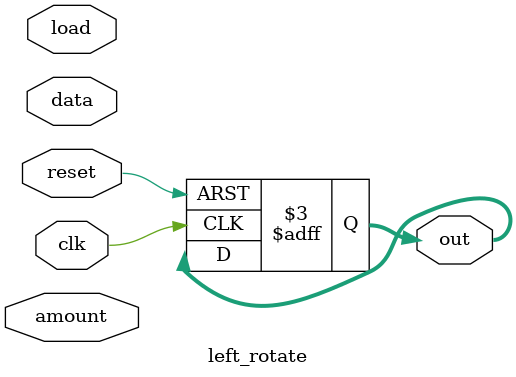
<source format=v>
module left_rotate(clk,reset,amount,data,load,out);
input clk,reset;
input [2:0] amount;
input [7:0] data;
input load;
output reg [7:0] out;
// when load is high, load data to out
// rotate the register out followed by shift left by amount bits
reg [7:0] shift_reg;

always@(posedge clk or negedge reset)
begin
    if (!reset)
    begin
                  // Initialize Inputs
                   in = 0;
                   shift_reg = 0;
                   out = 0;
    end
    
    else if (load)
    begin
            // Shift right arithmetic
                         end
end
endmodule

</source>
